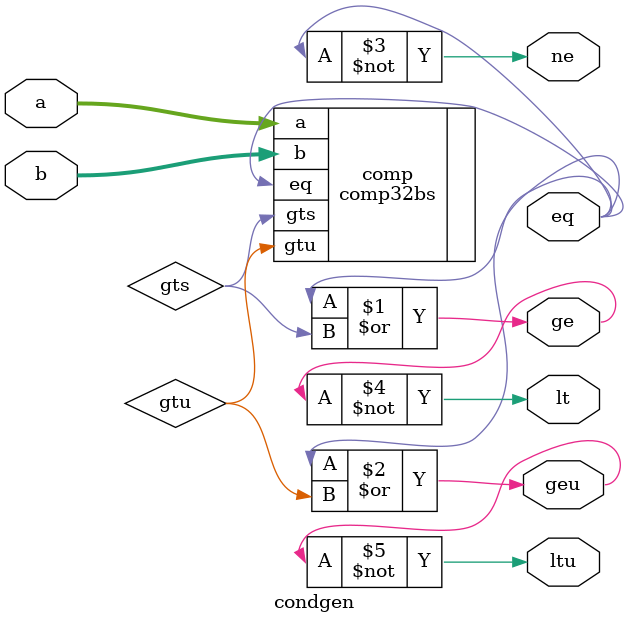
<source format=v>
module condgen(
	a,
	b,
	eq,
	ne,
	lt,
	ge,
	ltu,
	geu
);
//input
input wire [31:0] a;
input wire [31:0] b;
//output
output wire eq;
output wire ne;
output wire lt;
output wire ge;
output wire ltu;
output wire geu;
//intermediate
wire gtu;
wire gts;

comp32bs comp(
.gts(gts),
.eq(eq),
.gtu(gtu),
.a(a),
.b(b)
);
not(ne,eq);
or(ge,eq,gts);
or(geu,eq,gtu);
not(lt,ge);
not(ltu,geu);

endmodule

</source>
